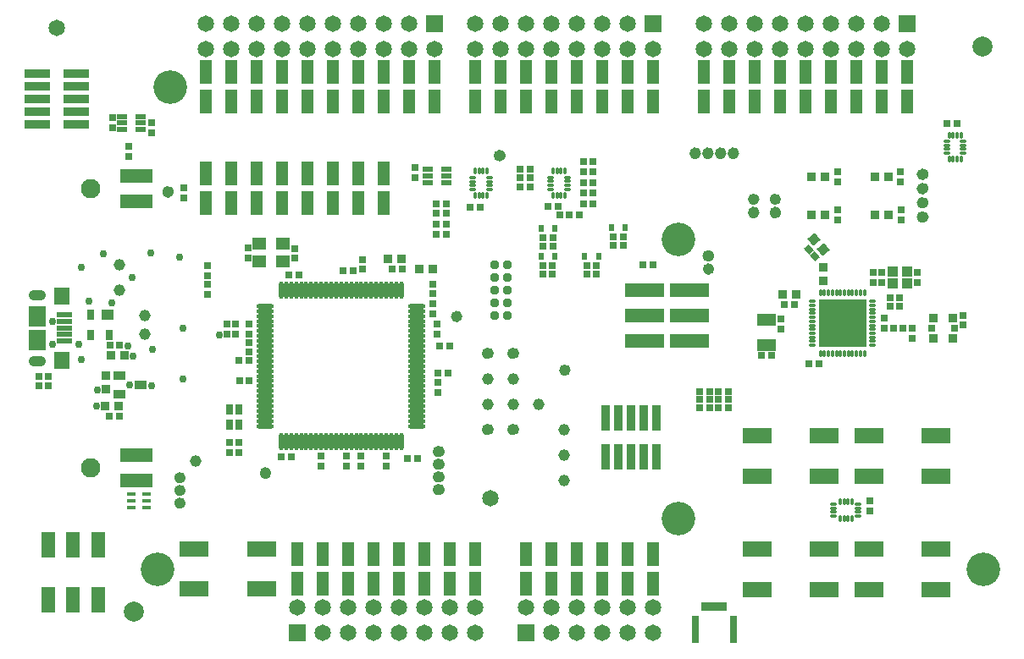
<source format=gts>
G04 Layer_Color=8388736*
%FSLAX24Y24*%
%MOIN*%
G70*
G01*
G75*
%ADD94C,0.0240*%
%ADD95C,0.0139*%
%ADD96R,0.0296X0.1084*%
%ADD97R,0.0198X0.0375*%
%ADD98R,0.0257X0.0296*%
%ADD99R,0.0434X0.0395*%
%ADD100R,0.0217X0.0257*%
%ADD101R,0.0296X0.0277*%
%ADD102O,0.0136X0.0305*%
%ADD103O,0.0305X0.0136*%
%ADD104R,0.0296X0.0257*%
%ADD105C,0.0454*%
%ADD106R,0.0359X0.1005*%
%ADD107R,0.0462X0.0922*%
%ADD108O,0.0316X0.0139*%
%ADD109O,0.0139X0.0316*%
%ADD110R,0.1910X0.1910*%
%ADD111R,0.0277X0.0296*%
%ADD112R,0.0355X0.0375*%
%ADD113C,0.0370*%
%ADD114R,0.0316X0.0257*%
%ADD115R,0.0375X0.0355*%
G04:AMPARAMS|DCode=116|XSize=37.5mil|YSize=35.5mil|CornerRadius=0mil|HoleSize=0mil|Usage=FLASHONLY|Rotation=40.000|XOffset=0mil|YOffset=0mil|HoleType=Round|Shape=Rectangle|*
%AMROTATEDRECTD116*
4,1,4,-0.0029,-0.0257,-0.0258,0.0016,0.0029,0.0257,0.0258,-0.0016,-0.0029,-0.0257,0.0*
%
%ADD116ROTATEDRECTD116*%

G04:AMPARAMS|DCode=117|XSize=25.7mil|YSize=31.6mil|CornerRadius=0mil|HoleSize=0mil|Usage=FLASHONLY|Rotation=40.000|XOffset=0mil|YOffset=0mil|HoleType=Round|Shape=Rectangle|*
%AMROTATEDRECTD117*
4,1,4,0.0003,-0.0204,-0.0200,0.0038,-0.0003,0.0204,0.0200,-0.0038,0.0003,-0.0204,0.0*
%
%ADD117ROTATEDRECTD117*%

%ADD118R,0.0360X0.0380*%
%ADD119R,0.0592X0.0217*%
%ADD120R,0.0670X0.0808*%
%ADD121R,0.0611X0.0690*%
%ADD122R,0.0375X0.0355*%
%ADD123R,0.0288X0.0257*%
%ADD124R,0.1560X0.0560*%
%ADD125R,0.0414X0.0198*%
%ADD126R,0.1312X0.0560*%
%ADD127R,0.0460X0.0360*%
%ADD128C,0.0787*%
%ADD129R,0.1143X0.0611*%
%ADD130R,0.0316X0.0395*%
%ADD131R,0.0296X0.0395*%
%ADD132R,0.0454X0.0395*%
%ADD133R,0.0336X0.0178*%
%ADD134R,0.0532X0.0493*%
%ADD135O,0.0710X0.0178*%
%ADD136O,0.0178X0.0710*%
%ADD137R,0.1005X0.0359*%
%ADD138R,0.0532X0.1044*%
%ADD139R,0.0769X0.0454*%
%ADD140C,0.0651*%
%ADD141O,0.0690X0.0414*%
%ADD142R,0.0651X0.0651*%
%ADD143C,0.0761*%
%ADD144C,0.1320*%
%ADD145C,0.0300*%
D94*
X19083Y19288D02*
G03*
X19083Y19288I-110J0D01*
G01*
X19061D02*
G03*
X19061Y19288I-110J0D01*
G01*
X17380Y12949D02*
G03*
X17380Y12949I-110J0D01*
G01*
X19618Y8496D02*
G03*
X19618Y8496I-110J0D01*
G01*
X19596D02*
G03*
X19596Y8496I-110J0D01*
G01*
X19618Y11496D02*
G03*
X19618Y11496I-110J0D01*
G01*
X19596D02*
G03*
X19596Y11496I-110J0D01*
G01*
X18618D02*
G03*
X18618Y11496I-110J0D01*
G01*
X18596D02*
G03*
X18596Y11496I-110J0D01*
G01*
X18618Y8496D02*
G03*
X18618Y8496I-110J0D01*
G01*
X18596D02*
G03*
X18596Y8496I-110J0D01*
G01*
X16688Y6630D02*
G03*
X16688Y6630I-110J0D01*
G01*
X16666D02*
G03*
X16666Y6630I-110J0D01*
G01*
X16688Y6130D02*
G03*
X16688Y6130I-110J0D01*
G01*
X16666D02*
G03*
X16666Y6130I-110J0D01*
G01*
X35733Y17990D02*
G03*
X35733Y17990I-110J0D01*
G01*
X35711D02*
G03*
X35711Y17990I-110J0D01*
G01*
X35733Y18550D02*
G03*
X35733Y18550I-110J0D01*
G01*
X35711D02*
G03*
X35711Y18550I-110J0D01*
G01*
X29070Y17572D02*
G03*
X29070Y17572I-110J0D01*
G01*
X29920D02*
G03*
X29920Y17572I-110J0D01*
G01*
Y17032D02*
G03*
X29920Y17032I-110J0D01*
G01*
Y17054D02*
G03*
X29920Y17054I-110J0D01*
G01*
X29070Y17032D02*
G03*
X29070Y17032I-110J0D01*
G01*
Y17054D02*
G03*
X29070Y17054I-110J0D01*
G01*
X26770Y19388D02*
G03*
X26770Y19388I-110J0D01*
G01*
Y19366D02*
G03*
X26770Y19366I-110J0D01*
G01*
X27270Y19388D02*
G03*
X27270Y19388I-110J0D01*
G01*
Y19366D02*
G03*
X27270Y19366I-110J0D01*
G01*
X27770Y19388D02*
G03*
X27770Y19388I-110J0D01*
G01*
Y19366D02*
G03*
X27770Y19366I-110J0D01*
G01*
X28270Y19388D02*
G03*
X28270Y19388I-110J0D01*
G01*
Y19366D02*
G03*
X28270Y19366I-110J0D01*
G01*
X6488Y5596D02*
G03*
X6488Y5596I-110J0D01*
G01*
Y6096D02*
G03*
X6488Y6096I-110J0D01*
G01*
Y6596D02*
G03*
X6488Y6596I-110J0D01*
G01*
X6020Y17874D02*
G03*
X6020Y17874I-110J0D01*
G01*
Y17852D02*
G03*
X6020Y17852I-110J0D01*
G01*
X35711Y16870D02*
G03*
X35711Y16870I-110J0D01*
G01*
X35733D02*
G03*
X35733Y16870I-110J0D01*
G01*
X35711Y17430D02*
G03*
X35711Y17430I-110J0D01*
G01*
X35733D02*
G03*
X35733Y17430I-110J0D01*
G01*
X21640Y10838D02*
G03*
X21640Y10838I-110J0D01*
G01*
X27292Y14820D02*
G03*
X27292Y14820I-110J0D01*
G01*
X27298Y15340D02*
G03*
X27298Y15340I-110J0D01*
G01*
X27276D02*
G03*
X27276Y15340I-110J0D01*
G01*
X16688Y7130D02*
G03*
X16688Y7130I-110J0D01*
G01*
X16666D02*
G03*
X16666Y7130I-110J0D01*
G01*
X16688Y7630D02*
G03*
X16688Y7630I-110J0D01*
G01*
X16666D02*
G03*
X16666Y7630I-110J0D01*
G01*
X9854Y6792D02*
G03*
X9854Y6792I-110J0D01*
G01*
Y6770D02*
G03*
X9854Y6770I-110J0D01*
G01*
D95*
X19095Y19288D02*
D03*
X18829D02*
D03*
X17270Y12825D02*
D03*
Y13071D02*
D03*
X19630Y8496D02*
D03*
X19364D02*
D03*
X19630Y11496D02*
D03*
X19364D02*
D03*
X18630D02*
D03*
X18364D02*
D03*
X18630Y8496D02*
D03*
X18364D02*
D03*
X16700Y6630D02*
D03*
X16434D02*
D03*
X16700Y6130D02*
D03*
X16434D02*
D03*
X35745Y17990D02*
D03*
X35479D02*
D03*
X35745Y18550D02*
D03*
X35479D02*
D03*
X28960Y17450D02*
D03*
Y17696D02*
D03*
X29810Y17450D02*
D03*
Y17696D02*
D03*
Y16910D02*
D03*
Y17176D02*
D03*
X28960Y16910D02*
D03*
Y17176D02*
D03*
X26660Y19510D02*
D03*
Y19244D02*
D03*
X27160Y19510D02*
D03*
Y19244D02*
D03*
X27660Y19510D02*
D03*
Y19244D02*
D03*
X28160Y19510D02*
D03*
Y19244D02*
D03*
X6254Y5596D02*
D03*
X6500D02*
D03*
X6254Y6096D02*
D03*
X6500D02*
D03*
X6254Y6596D02*
D03*
X6500D02*
D03*
X5910Y17996D02*
D03*
Y17730D02*
D03*
X35479Y16870D02*
D03*
X35745D02*
D03*
X35479Y17430D02*
D03*
X35745D02*
D03*
X21530Y10960D02*
D03*
Y10714D02*
D03*
X27306Y14820D02*
D03*
X27060D02*
D03*
X27310Y15340D02*
D03*
X27044D02*
D03*
X16700Y7130D02*
D03*
X16434D02*
D03*
X16700Y7630D02*
D03*
X16434D02*
D03*
X9744Y6914D02*
D03*
Y6648D02*
D03*
D96*
X28152Y614D02*
D03*
X26656D02*
D03*
D97*
X27601Y1520D02*
D03*
X27404D02*
D03*
X27207D02*
D03*
X27010D02*
D03*
X27797D02*
D03*
D98*
X33675Y14295D02*
D03*
Y14688D02*
D03*
X9096Y11933D02*
D03*
Y11539D02*
D03*
X35200Y12483D02*
D03*
Y12089D02*
D03*
X10886Y15633D02*
D03*
Y15239D02*
D03*
X16516Y9959D02*
D03*
Y10353D02*
D03*
X16486Y12663D02*
D03*
Y12269D02*
D03*
X16336Y13069D02*
D03*
Y13463D02*
D03*
X9066Y15663D02*
D03*
Y15269D02*
D03*
X34105Y12878D02*
D03*
Y12485D02*
D03*
X35405Y14688D02*
D03*
Y14295D02*
D03*
X30016Y12452D02*
D03*
Y12845D02*
D03*
X37189Y12998D02*
D03*
Y12605D02*
D03*
X8226Y12653D02*
D03*
Y12259D02*
D03*
X9096Y12653D02*
D03*
Y12259D02*
D03*
X11936Y7443D02*
D03*
Y7049D02*
D03*
X14500Y7443D02*
D03*
Y7049D02*
D03*
X34005Y14295D02*
D03*
Y14688D02*
D03*
X33527Y5293D02*
D03*
Y5687D02*
D03*
X13556Y14809D02*
D03*
Y15203D02*
D03*
D99*
X34990Y14265D02*
D03*
Y14718D02*
D03*
X34419D02*
D03*
Y14265D02*
D03*
D100*
X23357Y16450D02*
D03*
X23909D02*
D03*
X22307Y15328D02*
D03*
X22859D02*
D03*
X20587D02*
D03*
X21139D02*
D03*
X20587Y16418D02*
D03*
X21138D02*
D03*
D101*
X27225Y9986D02*
D03*
X26832D02*
D03*
X27572D02*
D03*
X27965D02*
D03*
X27572Y9686D02*
D03*
X27965D02*
D03*
X27225D02*
D03*
X26832D02*
D03*
X19769Y18758D02*
D03*
X20163D02*
D03*
X19769Y18408D02*
D03*
X20163D02*
D03*
X21710Y16938D02*
D03*
X22104D02*
D03*
X21316D02*
D03*
X21710D02*
D03*
X23838Y16077D02*
D03*
X23444D02*
D03*
X22780Y14965D02*
D03*
X22386D02*
D03*
X21048Y14958D02*
D03*
X20654D02*
D03*
X22253Y19066D02*
D03*
X22646D02*
D03*
X22253Y18646D02*
D03*
X22646D02*
D03*
X22253Y18226D02*
D03*
X22646D02*
D03*
X22253Y17386D02*
D03*
X22646D02*
D03*
X21057Y16048D02*
D03*
X20663D02*
D03*
X22253Y17806D02*
D03*
X22646D02*
D03*
X15727Y7366D02*
D03*
X15333D02*
D03*
X16589Y11796D02*
D03*
X16983D02*
D03*
X16875Y16596D02*
D03*
X16482D02*
D03*
X16875Y17016D02*
D03*
X16482D02*
D03*
X16875Y16176D02*
D03*
X16482D02*
D03*
X16875Y17386D02*
D03*
X16482D02*
D03*
X1215Y10586D02*
D03*
X822D02*
D03*
X19769Y18058D02*
D03*
X20163D02*
D03*
X24593Y14990D02*
D03*
X24987D02*
D03*
D102*
X36654Y20102D02*
D03*
X36811D02*
D03*
X36969D02*
D03*
X37126D02*
D03*
Y19138D02*
D03*
X36969D02*
D03*
X36811D02*
D03*
X36654D02*
D03*
X18472Y17705D02*
D03*
X18315D02*
D03*
X18157D02*
D03*
X18000D02*
D03*
Y18670D02*
D03*
X18157D02*
D03*
X18315D02*
D03*
X18472D02*
D03*
X21536Y17718D02*
D03*
X21378D02*
D03*
X21221D02*
D03*
X21063D02*
D03*
Y18682D02*
D03*
X21221D02*
D03*
X21378D02*
D03*
X21536D02*
D03*
X32833Y4995D02*
D03*
X32675D02*
D03*
X32518D02*
D03*
X32360D02*
D03*
Y5645D02*
D03*
X32518D02*
D03*
X32675D02*
D03*
X32833D02*
D03*
D103*
X37215Y19856D02*
D03*
Y19699D02*
D03*
Y19541D02*
D03*
Y19384D02*
D03*
X36565D02*
D03*
Y19541D02*
D03*
Y19699D02*
D03*
Y19856D02*
D03*
X17911Y17952D02*
D03*
Y18109D02*
D03*
Y18266D02*
D03*
Y18424D02*
D03*
X18561D02*
D03*
Y18266D02*
D03*
Y18109D02*
D03*
Y17952D02*
D03*
X20975Y17964D02*
D03*
Y18121D02*
D03*
Y18279D02*
D03*
Y18436D02*
D03*
X21624D02*
D03*
Y18279D02*
D03*
Y18121D02*
D03*
Y17964D02*
D03*
X33079Y5556D02*
D03*
Y5399D02*
D03*
Y5241D02*
D03*
Y5084D02*
D03*
X32114D02*
D03*
Y5241D02*
D03*
Y5399D02*
D03*
Y5556D02*
D03*
D104*
X18190Y17258D02*
D03*
X17796D02*
D03*
X21267Y17278D02*
D03*
X20873D02*
D03*
X23838Y15737D02*
D03*
X23444D02*
D03*
X22386Y14625D02*
D03*
X22780D02*
D03*
X20654Y14618D02*
D03*
X21048D02*
D03*
X21057Y15708D02*
D03*
X20663D02*
D03*
X27573Y9350D02*
D03*
X27967D02*
D03*
X10679Y14576D02*
D03*
X11073D02*
D03*
X16549Y10736D02*
D03*
X16943D02*
D03*
X10359Y7436D02*
D03*
X10753D02*
D03*
X8719Y10416D02*
D03*
X9113D02*
D03*
X8689Y11216D02*
D03*
X9083D02*
D03*
X1215Y10236D02*
D03*
X822D02*
D03*
X31532Y11072D02*
D03*
X31138D02*
D03*
X29259Y11408D02*
D03*
X29653D02*
D03*
X12799Y14746D02*
D03*
X13193D02*
D03*
X3619Y11806D02*
D03*
X4013D02*
D03*
X14739Y14826D02*
D03*
X15133D02*
D03*
X3593Y9016D02*
D03*
X3987D02*
D03*
X30552Y13432D02*
D03*
X30158D02*
D03*
X34318Y13692D02*
D03*
X34711D02*
D03*
X34318Y13362D02*
D03*
X34711D02*
D03*
X26833Y9350D02*
D03*
X27227D02*
D03*
X36967Y20540D02*
D03*
X36573D02*
D03*
D105*
X20500Y9496D02*
D03*
X21500Y6496D02*
D03*
X7000Y7246D02*
D03*
X21500Y7496D02*
D03*
Y8496D02*
D03*
X19500Y10496D02*
D03*
Y9496D02*
D03*
X18500Y10496D02*
D03*
Y9496D02*
D03*
X4000Y14996D02*
D03*
Y13996D02*
D03*
X5000Y12996D02*
D03*
Y12246D02*
D03*
D106*
X23120Y8965D02*
D03*
X23620D02*
D03*
X24120D02*
D03*
X24620D02*
D03*
X25120D02*
D03*
X23120Y7430D02*
D03*
X23620D02*
D03*
X24120D02*
D03*
X24620D02*
D03*
X25120D02*
D03*
D107*
X7400Y17419D02*
D03*
Y18573D02*
D03*
X11400D02*
D03*
Y17419D02*
D03*
X12400Y18573D02*
D03*
Y17419D02*
D03*
X10400Y18573D02*
D03*
Y17419D02*
D03*
X9400Y18573D02*
D03*
Y17419D02*
D03*
X8400D02*
D03*
Y18573D02*
D03*
X14400Y17419D02*
D03*
Y18573D02*
D03*
X13400Y17419D02*
D03*
Y18573D02*
D03*
X27000Y21419D02*
D03*
Y22573D02*
D03*
X33000D02*
D03*
X29000D02*
D03*
X33000Y21419D02*
D03*
X29000D02*
D03*
X34000Y22573D02*
D03*
X35000D02*
D03*
X30000D02*
D03*
X31000D02*
D03*
X28000D02*
D03*
X34000Y21419D02*
D03*
X35000D02*
D03*
X30000Y21419D02*
D03*
X31000Y21419D02*
D03*
X28000D02*
D03*
X32000Y22573D02*
D03*
Y21419D02*
D03*
X22000Y21419D02*
D03*
Y22573D02*
D03*
X18000Y21419D02*
D03*
X21000D02*
D03*
X20000Y21419D02*
D03*
X25000Y21419D02*
D03*
X24000D02*
D03*
X18000Y22573D02*
D03*
X21000D02*
D03*
X20000D02*
D03*
X25000D02*
D03*
X24000D02*
D03*
X19000Y21419D02*
D03*
X23000D02*
D03*
X19000Y22573D02*
D03*
X23000D02*
D03*
X7400Y21419D02*
D03*
X13400D02*
D03*
X7400Y22573D02*
D03*
X13400D02*
D03*
X8400Y21419D02*
D03*
X9400Y21419D02*
D03*
X11400D02*
D03*
X12400D02*
D03*
X15400D02*
D03*
X16400D02*
D03*
X8400Y22573D02*
D03*
X9400D02*
D03*
X11400D02*
D03*
X12400D02*
D03*
X15400D02*
D03*
X16400D02*
D03*
X10400Y21419D02*
D03*
X14400Y21419D02*
D03*
X10400Y22573D02*
D03*
X14400D02*
D03*
X14000Y3573D02*
D03*
Y2419D02*
D03*
X18000Y3573D02*
D03*
X15000D02*
D03*
X16000Y3573D02*
D03*
X11000Y3573D02*
D03*
X12000D02*
D03*
X18000Y2419D02*
D03*
X15000D02*
D03*
X16000D02*
D03*
X11000D02*
D03*
X12000D02*
D03*
X17000Y3573D02*
D03*
X13000D02*
D03*
X17000Y2419D02*
D03*
X13000D02*
D03*
X22000Y2419D02*
D03*
Y3573D02*
D03*
X20000Y2419D02*
D03*
X21000D02*
D03*
X24000D02*
D03*
X25000D02*
D03*
X20000Y3573D02*
D03*
X21000D02*
D03*
X24000D02*
D03*
X25000D02*
D03*
X23000Y2419D02*
D03*
X23000Y3573D02*
D03*
D108*
X31264Y13548D02*
D03*
Y13390D02*
D03*
Y13233D02*
D03*
Y13075D02*
D03*
Y12918D02*
D03*
Y12760D02*
D03*
Y12603D02*
D03*
Y12445D02*
D03*
Y12288D02*
D03*
Y12130D02*
D03*
Y11973D02*
D03*
Y11815D02*
D03*
X33646D02*
D03*
Y11973D02*
D03*
Y12130D02*
D03*
Y12288D02*
D03*
Y12445D02*
D03*
Y12603D02*
D03*
Y12760D02*
D03*
Y12918D02*
D03*
Y13075D02*
D03*
Y13233D02*
D03*
Y13390D02*
D03*
Y13548D02*
D03*
D109*
X31589Y11491D02*
D03*
X31746D02*
D03*
X31903D02*
D03*
X32061D02*
D03*
X32218D02*
D03*
X32376D02*
D03*
X32533D02*
D03*
X32691D02*
D03*
X32848D02*
D03*
X33006D02*
D03*
X33163D02*
D03*
X33321D02*
D03*
Y13873D02*
D03*
X33163D02*
D03*
X33006D02*
D03*
X32848D02*
D03*
X32691D02*
D03*
X32533D02*
D03*
X32376D02*
D03*
X32218D02*
D03*
X32061D02*
D03*
X31903D02*
D03*
X31746D02*
D03*
X31589D02*
D03*
D110*
X32455Y12682D02*
D03*
D111*
X6520Y17619D02*
D03*
Y18013D02*
D03*
X16336Y13839D02*
D03*
Y14233D02*
D03*
X15630Y18823D02*
D03*
Y18429D02*
D03*
X5260Y20583D02*
D03*
Y20189D02*
D03*
X4360Y19259D02*
D03*
Y19653D02*
D03*
X32250Y18647D02*
D03*
Y18253D02*
D03*
X34740Y18647D02*
D03*
Y18253D02*
D03*
X34760Y17147D02*
D03*
Y16753D02*
D03*
X32250D02*
D03*
Y17147D02*
D03*
X3720Y20773D02*
D03*
Y20379D02*
D03*
X8329Y7983D02*
D03*
Y7589D02*
D03*
X8703Y7983D02*
D03*
Y7589D02*
D03*
X8576Y12653D02*
D03*
Y12259D02*
D03*
X12923Y7053D02*
D03*
Y7447D02*
D03*
X13513Y7053D02*
D03*
Y7447D02*
D03*
X7460Y14952D02*
D03*
Y14559D02*
D03*
X7460Y13816D02*
D03*
Y14210D02*
D03*
D112*
X15784Y14806D02*
D03*
X16316D02*
D03*
X14560Y15226D02*
D03*
X15092D02*
D03*
X4192Y11406D02*
D03*
X3660D02*
D03*
X3424Y9436D02*
D03*
X3956D02*
D03*
X30089Y13832D02*
D03*
X30620D02*
D03*
D113*
X19250Y14996D02*
D03*
Y13496D02*
D03*
Y13996D02*
D03*
Y12996D02*
D03*
X18750Y14996D02*
D03*
X19250Y14496D02*
D03*
X18750D02*
D03*
Y13996D02*
D03*
Y12996D02*
D03*
Y13496D02*
D03*
D114*
X34842Y12482D02*
D03*
X34468D02*
D03*
D115*
X31705Y14366D02*
D03*
Y14897D02*
D03*
X3470Y10080D02*
D03*
Y10612D02*
D03*
D116*
X31686Y15588D02*
D03*
X31344Y15995D02*
D03*
D117*
X31365Y15308D02*
D03*
X31125Y15595D02*
D03*
D118*
X31225Y18440D02*
D03*
X31775D02*
D03*
X33725D02*
D03*
X34275D02*
D03*
X31225Y16940D02*
D03*
X31775D02*
D03*
X33725D02*
D03*
X34275D02*
D03*
D119*
X1818Y12496D02*
D03*
Y12752D02*
D03*
Y13008D02*
D03*
Y12240D02*
D03*
Y11984D02*
D03*
D120*
X765Y12968D02*
D03*
Y12024D02*
D03*
D121*
X1730Y11236D02*
D03*
Y13756D02*
D03*
D122*
X36045Y12078D02*
D03*
Y12885D02*
D03*
X36793Y12078D02*
D03*
Y12885D02*
D03*
D123*
X35962Y12482D02*
D03*
X36875D02*
D03*
D124*
X26425Y11996D02*
D03*
X24675D02*
D03*
X26425Y12996D02*
D03*
X24675D02*
D03*
X26425Y13996D02*
D03*
X24675D02*
D03*
D125*
X16874Y18230D02*
D03*
Y18486D02*
D03*
Y18742D02*
D03*
X16126D02*
D03*
X16126Y18486D02*
D03*
X16126Y18230D02*
D03*
X4844Y20320D02*
D03*
Y20576D02*
D03*
Y20832D02*
D03*
X4096D02*
D03*
Y20576D02*
D03*
Y20320D02*
D03*
D126*
X4650Y17496D02*
D03*
Y18496D02*
D03*
Y7496D02*
D03*
Y6496D02*
D03*
D127*
X4000Y10626D02*
D03*
Y9878D02*
D03*
X4827Y10252D02*
D03*
D128*
X37973Y23596D02*
D03*
X4580Y1310D02*
D03*
D129*
X29091Y2199D02*
D03*
Y3774D02*
D03*
X31749Y2199D02*
D03*
Y3774D02*
D03*
X33491Y2199D02*
D03*
Y3774D02*
D03*
X36149Y2199D02*
D03*
Y3774D02*
D03*
X6941Y2209D02*
D03*
Y3783D02*
D03*
X9599Y2209D02*
D03*
Y3783D02*
D03*
X36149Y8244D02*
D03*
Y6669D02*
D03*
X33491Y8244D02*
D03*
Y6669D02*
D03*
X31749Y8244D02*
D03*
Y6669D02*
D03*
X29091Y8244D02*
D03*
Y6669D02*
D03*
D130*
X8349Y8701D02*
D03*
Y9271D02*
D03*
X8683Y8701D02*
D03*
Y9271D02*
D03*
D131*
X2852Y12222D02*
D03*
X3600D02*
D03*
X2852Y13030D02*
D03*
D132*
X3521D02*
D03*
D133*
X4450Y5436D02*
D03*
Y5948D02*
D03*
Y5692D02*
D03*
X5080Y5436D02*
D03*
Y5692D02*
D03*
Y5948D02*
D03*
D134*
X9506Y15105D02*
D03*
Y15807D02*
D03*
X10446Y15105D02*
D03*
Y15807D02*
D03*
D135*
X9744Y8634D02*
D03*
Y9027D02*
D03*
Y8831D02*
D03*
Y9421D02*
D03*
Y9224D02*
D03*
Y10012D02*
D03*
Y9815D02*
D03*
Y10209D02*
D03*
Y9618D02*
D03*
Y11193D02*
D03*
Y11587D02*
D03*
Y11390D02*
D03*
Y10602D02*
D03*
Y10405D02*
D03*
Y10996D02*
D03*
Y10799D02*
D03*
Y12768D02*
D03*
Y12571D02*
D03*
Y13161D02*
D03*
Y12965D02*
D03*
Y11980D02*
D03*
Y11783D02*
D03*
Y12374D02*
D03*
Y12177D02*
D03*
Y13358D02*
D03*
X15708Y8831D02*
D03*
Y8634D02*
D03*
Y9224D02*
D03*
Y9027D02*
D03*
Y9618D02*
D03*
Y9421D02*
D03*
Y9815D02*
D03*
Y10209D02*
D03*
Y10012D02*
D03*
Y10602D02*
D03*
Y10405D02*
D03*
Y11587D02*
D03*
Y11980D02*
D03*
Y11783D02*
D03*
Y10996D02*
D03*
Y10799D02*
D03*
Y11390D02*
D03*
Y11193D02*
D03*
Y13161D02*
D03*
Y12965D02*
D03*
Y13358D02*
D03*
Y12374D02*
D03*
Y12177D02*
D03*
Y12768D02*
D03*
Y12571D02*
D03*
D136*
X10364Y8014D02*
D03*
X10561D02*
D03*
X11151D02*
D03*
X11348D02*
D03*
X10758D02*
D03*
X10954D02*
D03*
X11939D02*
D03*
X12136D02*
D03*
X11545D02*
D03*
X11742D02*
D03*
X10954Y13978D02*
D03*
X11151D02*
D03*
X10364D02*
D03*
X10758D02*
D03*
X11348D02*
D03*
X11545D02*
D03*
X10561D02*
D03*
X12136D02*
D03*
X12332D02*
D03*
X11742D02*
D03*
X11939D02*
D03*
X14104Y8014D02*
D03*
X13710D02*
D03*
X13907D02*
D03*
X14695D02*
D03*
X14891D02*
D03*
X14301D02*
D03*
X14498D02*
D03*
X12726D02*
D03*
X12332D02*
D03*
X12529D02*
D03*
X13317D02*
D03*
X13513D02*
D03*
X12923D02*
D03*
X13120D02*
D03*
X15088D02*
D03*
X12529Y13978D02*
D03*
X12726D02*
D03*
X12923D02*
D03*
X13120D02*
D03*
X13317D02*
D03*
X13907D02*
D03*
X14104D02*
D03*
X13513D02*
D03*
X13710D02*
D03*
X14695D02*
D03*
X14891D02*
D03*
X14301D02*
D03*
X14498D02*
D03*
X15088D02*
D03*
D137*
X2298Y22506D02*
D03*
Y22006D02*
D03*
Y21506D02*
D03*
Y21006D02*
D03*
Y20506D02*
D03*
X762Y22506D02*
D03*
Y22006D02*
D03*
Y21506D02*
D03*
Y21006D02*
D03*
Y20506D02*
D03*
D138*
X3164Y1783D02*
D03*
X1196D02*
D03*
X2180D02*
D03*
Y3949D02*
D03*
X1196D02*
D03*
X3164D02*
D03*
D139*
X29456Y11826D02*
D03*
Y12811D02*
D03*
D140*
X1530Y24306D02*
D03*
X18600Y5780D02*
D03*
X28000Y24496D02*
D03*
Y23496D02*
D03*
X31000D02*
D03*
Y24496D02*
D03*
X33000Y23496D02*
D03*
Y24496D02*
D03*
X34000Y23496D02*
D03*
Y24496D02*
D03*
X35000Y23496D02*
D03*
X32000Y24496D02*
D03*
Y23496D02*
D03*
X30000Y24496D02*
D03*
Y23496D02*
D03*
X29000D02*
D03*
Y24496D02*
D03*
X27000D02*
D03*
Y23496D02*
D03*
X25000Y1496D02*
D03*
Y496D02*
D03*
X23000Y1496D02*
D03*
Y496D02*
D03*
X20000Y1496D02*
D03*
X21000Y496D02*
D03*
Y1496D02*
D03*
X22000Y496D02*
D03*
Y1496D02*
D03*
X24000Y496D02*
D03*
Y1496D02*
D03*
X18000Y496D02*
D03*
Y1496D02*
D03*
X15000D02*
D03*
Y496D02*
D03*
X13000Y1496D02*
D03*
Y496D02*
D03*
X12000Y1496D02*
D03*
Y496D02*
D03*
X11000Y1496D02*
D03*
X14000Y496D02*
D03*
Y1496D02*
D03*
X16000Y496D02*
D03*
Y1496D02*
D03*
X17000D02*
D03*
Y496D02*
D03*
X18000Y24496D02*
D03*
Y23496D02*
D03*
X21000D02*
D03*
Y24496D02*
D03*
X23000Y23496D02*
D03*
Y24496D02*
D03*
X24000Y23496D02*
D03*
Y24496D02*
D03*
X25000Y23496D02*
D03*
X22000Y24496D02*
D03*
Y23496D02*
D03*
X20000Y24496D02*
D03*
Y23496D02*
D03*
X19000D02*
D03*
Y24496D02*
D03*
X7400D02*
D03*
Y23496D02*
D03*
X8400D02*
D03*
Y24496D02*
D03*
X10400D02*
D03*
Y23496D02*
D03*
X11400D02*
D03*
Y24496D02*
D03*
X13400Y23496D02*
D03*
Y24496D02*
D03*
X16400Y23496D02*
D03*
X15400Y24496D02*
D03*
Y23496D02*
D03*
X14400Y24496D02*
D03*
Y23496D02*
D03*
X12400Y24496D02*
D03*
Y23496D02*
D03*
X9400D02*
D03*
Y24496D02*
D03*
D141*
X765Y11197D02*
D03*
Y13795D02*
D03*
D142*
X35000Y24496D02*
D03*
X20000Y496D02*
D03*
X11000D02*
D03*
X25000Y24496D02*
D03*
X16400D02*
D03*
D143*
X2880Y17996D02*
D03*
Y6996D02*
D03*
D144*
X26000Y4996D02*
D03*
Y15996D02*
D03*
X5500Y2996D02*
D03*
X6000Y21996D02*
D03*
X38000Y2996D02*
D03*
D145*
X3370Y15430D02*
D03*
X5240Y15440D02*
D03*
X2500Y14870D02*
D03*
X2790Y13550D02*
D03*
X2510Y11260D02*
D03*
X1360Y11840D02*
D03*
Y12750D02*
D03*
X4326Y11791D02*
D03*
X6350Y15280D02*
D03*
X6500Y12496D02*
D03*
X3700Y13500D02*
D03*
X5296Y11666D02*
D03*
X7916Y12236D02*
D03*
X6500Y10496D02*
D03*
X2390Y11866D02*
D03*
X4546Y11396D02*
D03*
X4500Y14496D02*
D03*
X3100Y9426D02*
D03*
X3140Y10066D02*
D03*
X4410Y10246D02*
D03*
X5250Y10236D02*
D03*
M02*

</source>
